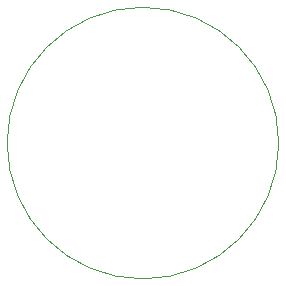
<source format=gbr>
G04 #@! TF.GenerationSoftware,KiCad,Pcbnew,5.1.5-52549c5~84~ubuntu18.04.1*
G04 #@! TF.CreationDate,2020-01-15T10:00:27+01:00*
G04 #@! TF.ProjectId,geneva,67656e65-7661-42e6-9b69-6361645f7063,rev?*
G04 #@! TF.SameCoordinates,Original*
G04 #@! TF.FileFunction,Profile,NP*
%FSLAX46Y46*%
G04 Gerber Fmt 4.6, Leading zero omitted, Abs format (unit mm)*
G04 Created by KiCad (PCBNEW 5.1.5-52549c5~84~ubuntu18.04.1) date 2020-01-15 10:00:27*
%MOMM*%
%LPD*%
G04 APERTURE LIST*
%ADD10C,0.050000*%
G04 APERTURE END LIST*
D10*
X81500000Y-100000000D02*
G75*
G03X81500000Y-100000000I-11500000J0D01*
G01*
M02*

</source>
